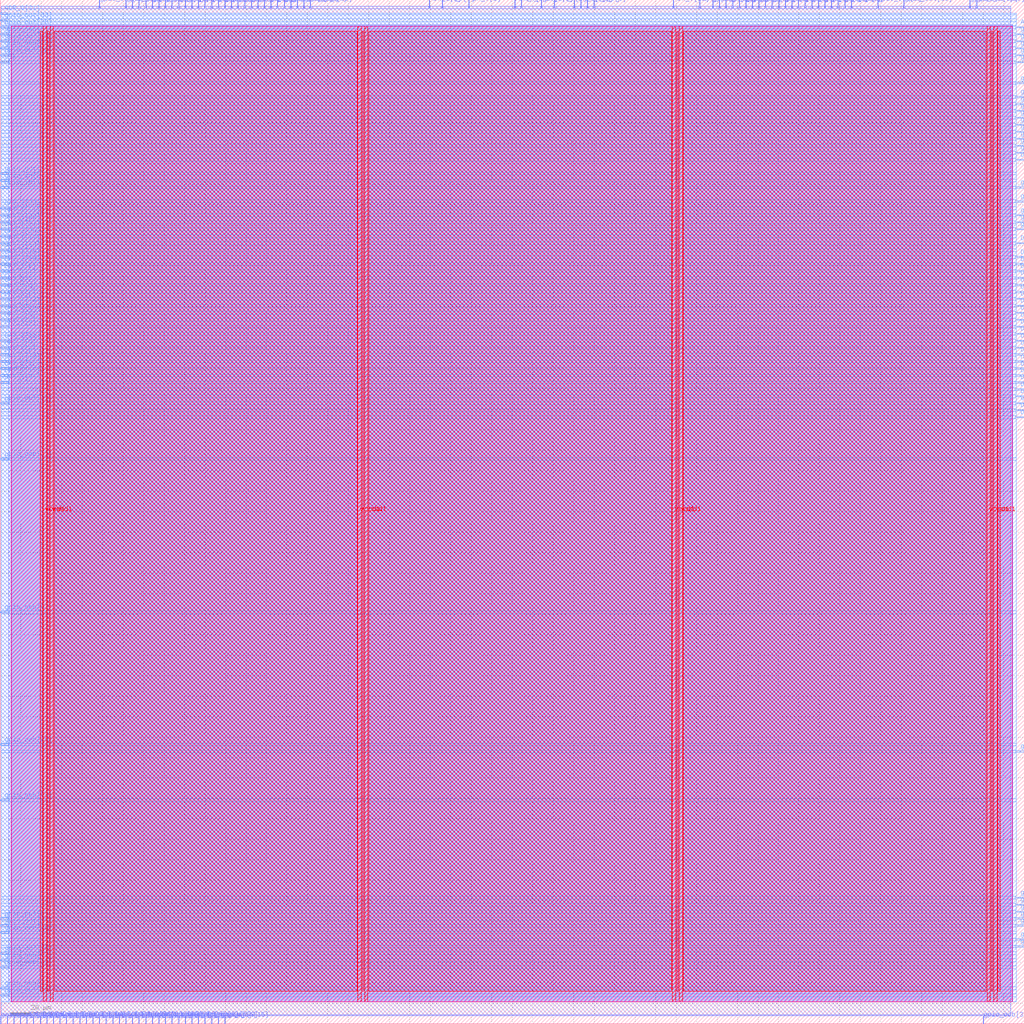
<source format=lef>
VERSION 5.7 ;
  NOWIREEXTENSIONATPIN ON ;
  DIVIDERCHAR "/" ;
  BUSBITCHARS "[]" ;
MACRO team_08
  CLASS BLOCK ;
  FOREIGN team_08 ;
  ORIGIN 0.000 0.000 ;
  SIZE 500.000 BY 500.000 ;
  PIN ACK_I
    DIRECTION INPUT ;
    USE SIGNAL ;
    ANTENNAGATEAREA 0.560700 ;
    ANTENNADIFFAREA 0.434700 ;
    PORT
      LAYER met2 ;
        RECT 135.330 496.000 135.610 500.000 ;
    END
  END ACK_I
  PIN ADR_O[0]
    DIRECTION OUTPUT ;
    USE SIGNAL ;
    ANTENNADIFFAREA 0.445500 ;
    PORT
      LAYER met2 ;
        RECT 215.830 496.000 216.110 500.000 ;
    END
  END ADR_O[0]
  PIN ADR_O[10]
    DIRECTION OUTPUT ;
    USE SIGNAL ;
    ANTENNADIFFAREA 0.445500 ;
    PORT
      LAYER met2 ;
        RECT 254.470 496.000 254.750 500.000 ;
    END
  END ADR_O[10]
  PIN ADR_O[11]
    DIRECTION OUTPUT ;
    USE SIGNAL ;
    ANTENNADIFFAREA 0.445500 ;
    PORT
      LAYER met2 ;
        RECT 386.490 496.000 386.770 500.000 ;
    END
  END ADR_O[11]
  PIN ADR_O[12]
    DIRECTION OUTPUT ;
    USE SIGNAL ;
    ANTENNADIFFAREA 0.445500 ;
    PORT
      LAYER met2 ;
        RECT 357.510 496.000 357.790 500.000 ;
    END
  END ADR_O[12]
  PIN ADR_O[13]
    DIRECTION OUTPUT ;
    USE SIGNAL ;
    ANTENNADIFFAREA 0.445500 ;
    PORT
      LAYER met2 ;
        RECT 412.250 496.000 412.530 500.000 ;
    END
  END ADR_O[13]
  PIN ADR_O[14]
    DIRECTION OUTPUT ;
    USE SIGNAL ;
    ANTENNADIFFAREA 0.445500 ;
    PORT
      LAYER met2 ;
        RECT 389.710 496.000 389.990 500.000 ;
    END
  END ADR_O[14]
  PIN ADR_O[15]
    DIRECTION OUTPUT ;
    USE SIGNAL ;
    ANTENNADIFFAREA 0.445500 ;
    PORT
      LAYER met2 ;
        RECT 376.830 496.000 377.110 500.000 ;
    END
  END ADR_O[15]
  PIN ADR_O[16]
    DIRECTION OUTPUT ;
    USE SIGNAL ;
    ANTENNADIFFAREA 0.445500 ;
    PORT
      LAYER met2 ;
        RECT 341.410 496.000 341.690 500.000 ;
    END
  END ADR_O[16]
  PIN ADR_O[17]
    DIRECTION OUTPUT ;
    USE SIGNAL ;
    ANTENNADIFFAREA 0.445500 ;
    PORT
      LAYER met2 ;
        RECT 351.070 496.000 351.350 500.000 ;
    END
  END ADR_O[17]
  PIN ADR_O[18]
    DIRECTION OUTPUT ;
    USE SIGNAL ;
    ANTENNADIFFAREA 0.445500 ;
    PORT
      LAYER met2 ;
        RECT 360.730 496.000 361.010 500.000 ;
    END
  END ADR_O[18]
  PIN ADR_O[19]
    DIRECTION OUTPUT ;
    USE SIGNAL ;
    ANTENNADIFFAREA 0.445500 ;
    PORT
      LAYER met2 ;
        RECT 370.390 496.000 370.670 500.000 ;
    END
  END ADR_O[19]
  PIN ADR_O[1]
    DIRECTION OUTPUT ;
    USE SIGNAL ;
    ANTENNADIFFAREA 0.445500 ;
    PORT
      LAYER met2 ;
        RECT 209.390 496.000 209.670 500.000 ;
    END
  END ADR_O[1]
  PIN ADR_O[20]
    DIRECTION OUTPUT ;
    USE SIGNAL ;
    ANTENNADIFFAREA 0.445500 ;
    PORT
      LAYER met2 ;
        RECT 367.170 496.000 367.450 500.000 ;
    END
  END ADR_O[20]
  PIN ADR_O[21]
    DIRECTION OUTPUT ;
    USE SIGNAL ;
    ANTENNADIFFAREA 0.445500 ;
    PORT
      LAYER met2 ;
        RECT 354.290 496.000 354.570 500.000 ;
    END
  END ADR_O[21]
  PIN ADR_O[22]
    DIRECTION OUTPUT ;
    USE SIGNAL ;
    ANTENNADIFFAREA 0.445500 ;
    PORT
      LAYER met2 ;
        RECT 328.530 496.000 328.810 500.000 ;
    END
  END ADR_O[22]
  PIN ADR_O[23]
    DIRECTION OUTPUT ;
    USE SIGNAL ;
    ANTENNADIFFAREA 0.445500 ;
    PORT
      LAYER met2 ;
        RECT 409.030 496.000 409.310 500.000 ;
    END
  END ADR_O[23]
  PIN ADR_O[24]
    DIRECTION OUTPUT ;
    USE SIGNAL ;
    ANTENNADIFFAREA 0.445500 ;
    PORT
      LAYER met2 ;
        RECT 64.490 496.000 64.770 500.000 ;
    END
  END ADR_O[24]
  PIN ADR_O[25]
    DIRECTION OUTPUT ;
    USE SIGNAL ;
    ANTENNADIFFAREA 0.445500 ;
    PORT
      LAYER met2 ;
        RECT 96.690 496.000 96.970 500.000 ;
    END
  END ADR_O[25]
  PIN ADR_O[26]
    DIRECTION OUTPUT ;
    USE SIGNAL ;
    PORT
      LAYER met3 ;
        RECT 496.000 486.240 500.000 486.840 ;
    END
  END ADR_O[26]
  PIN ADR_O[27]
    DIRECTION OUTPUT ;
    USE SIGNAL ;
    PORT
      LAYER met2 ;
        RECT 151.430 496.000 151.710 500.000 ;
    END
  END ADR_O[27]
  PIN ADR_O[28]
    DIRECTION OUTPUT ;
    USE SIGNAL ;
    ANTENNADIFFAREA 0.445500 ;
    PORT
      LAYER met2 ;
        RECT 93.470 496.000 93.750 500.000 ;
    END
  END ADR_O[28]
  PIN ADR_O[29]
    DIRECTION OUTPUT ;
    USE SIGNAL ;
    ANTENNADIFFAREA 0.445500 ;
    PORT
      LAYER met2 ;
        RECT 125.670 496.000 125.950 500.000 ;
    END
  END ADR_O[29]
  PIN ADR_O[2]
    DIRECTION OUTPUT ;
    USE SIGNAL ;
    ANTENNADIFFAREA 0.445500 ;
    PORT
      LAYER met2 ;
        RECT 228.710 496.000 228.990 500.000 ;
    END
  END ADR_O[2]
  PIN ADR_O[30]
    DIRECTION OUTPUT ;
    USE SIGNAL ;
    PORT
      LAYER met2 ;
        RECT 144.990 496.000 145.270 500.000 ;
    END
  END ADR_O[30]
  PIN ADR_O[31]
    DIRECTION OUTPUT ;
    USE SIGNAL ;
    PORT
      LAYER met3 ;
        RECT 0.000 493.040 4.000 493.640 ;
    END
  END ADR_O[31]
  PIN ADR_O[3]
    DIRECTION OUTPUT ;
    USE SIGNAL ;
    ANTENNADIFFAREA 0.445500 ;
    PORT
      LAYER met2 ;
        RECT 251.250 496.000 251.530 500.000 ;
    END
  END ADR_O[3]
  PIN ADR_O[4]
    DIRECTION OUTPUT ;
    USE SIGNAL ;
    ANTENNADIFFAREA 0.445500 ;
    PORT
      LAYER met2 ;
        RECT 270.570 496.000 270.850 500.000 ;
    END
  END ADR_O[4]
  PIN ADR_O[5]
    DIRECTION OUTPUT ;
    USE SIGNAL ;
    ANTENNADIFFAREA 0.445500 ;
    PORT
      LAYER met2 ;
        RECT 264.130 496.000 264.410 500.000 ;
    END
  END ADR_O[5]
  PIN ADR_O[6]
    DIRECTION OUTPUT ;
    USE SIGNAL ;
    ANTENNADIFFAREA 0.445500 ;
    PORT
      LAYER met2 ;
        RECT 289.890 496.000 290.170 500.000 ;
    END
  END ADR_O[6]
  PIN ADR_O[7]
    DIRECTION OUTPUT ;
    USE SIGNAL ;
    ANTENNADIFFAREA 0.445500 ;
    PORT
      LAYER met2 ;
        RECT 286.670 496.000 286.950 500.000 ;
    END
  END ADR_O[7]
  PIN ADR_O[8]
    DIRECTION OUTPUT ;
    USE SIGNAL ;
    ANTENNADIFFAREA 0.445500 ;
    PORT
      LAYER met2 ;
        RECT 283.450 496.000 283.730 500.000 ;
    END
  END ADR_O[8]
  PIN ADR_O[9]
    DIRECTION OUTPUT ;
    USE SIGNAL ;
    ANTENNADIFFAREA 0.445500 ;
    PORT
      LAYER met2 ;
        RECT 280.230 496.000 280.510 500.000 ;
    END
  END ADR_O[9]
  PIN CYC_O
    DIRECTION OUTPUT ;
    USE SIGNAL ;
    ANTENNADIFFAREA 0.445500 ;
    PORT
      LAYER met2 ;
        RECT 132.110 496.000 132.390 500.000 ;
    END
  END CYC_O
  PIN DAT_I[0]
    DIRECTION INPUT ;
    USE SIGNAL ;
    ANTENNAGATEAREA 0.631200 ;
    ANTENNADIFFAREA 0.434700 ;
    PORT
      LAYER met3 ;
        RECT 0.000 367.240 4.000 367.840 ;
    END
  END DAT_I[0]
  PIN DAT_I[10]
    DIRECTION INPUT ;
    USE SIGNAL ;
    ANTENNAGATEAREA 0.631200 ;
    ANTENNADIFFAREA 0.434700 ;
    PORT
      LAYER met3 ;
        RECT 0.000 346.840 4.000 347.440 ;
    END
  END DAT_I[10]
  PIN DAT_I[11]
    DIRECTION INPUT ;
    USE SIGNAL ;
    ANTENNAGATEAREA 0.631200 ;
    ANTENNADIFFAREA 0.434700 ;
    PORT
      LAYER met3 ;
        RECT 0.000 333.240 4.000 333.840 ;
    END
  END DAT_I[11]
  PIN DAT_I[12]
    DIRECTION INPUT ;
    USE SIGNAL ;
    ANTENNAGATEAREA 0.631200 ;
    ANTENNADIFFAREA 0.434700 ;
    PORT
      LAYER met3 ;
        RECT 0.000 323.040 4.000 323.640 ;
    END
  END DAT_I[12]
  PIN DAT_I[13]
    DIRECTION INPUT ;
    USE SIGNAL ;
    ANTENNAGATEAREA 0.631200 ;
    ANTENNADIFFAREA 0.434700 ;
    PORT
      LAYER met3 ;
        RECT 0.000 319.640 4.000 320.240 ;
    END
  END DAT_I[13]
  PIN DAT_I[14]
    DIRECTION INPUT ;
    USE SIGNAL ;
    ANTENNAGATEAREA 0.631200 ;
    ANTENNADIFFAREA 0.434700 ;
    PORT
      LAYER met3 ;
        RECT 0.000 350.240 4.000 350.840 ;
    END
  END DAT_I[14]
  PIN DAT_I[15]
    DIRECTION INPUT ;
    USE SIGNAL ;
    ANTENNAGATEAREA 0.631200 ;
    ANTENNADIFFAREA 0.434700 ;
    PORT
      LAYER met3 ;
        RECT 0.000 316.240 4.000 316.840 ;
    END
  END DAT_I[15]
  PIN DAT_I[16]
    DIRECTION INPUT ;
    USE SIGNAL ;
    ANTENNAGATEAREA 0.631200 ;
    ANTENNADIFFAREA 0.434700 ;
    PORT
      LAYER met3 ;
        RECT 0.000 370.640 4.000 371.240 ;
    END
  END DAT_I[16]
  PIN DAT_I[17]
    DIRECTION INPUT ;
    USE SIGNAL ;
    ANTENNAGATEAREA 0.631200 ;
    ANTENNADIFFAREA 0.434700 ;
    PORT
      LAYER met3 ;
        RECT 0.000 380.840 4.000 381.440 ;
    END
  END DAT_I[17]
  PIN DAT_I[18]
    DIRECTION INPUT ;
    USE SIGNAL ;
    ANTENNAGATEAREA 0.631200 ;
    ANTENNADIFFAREA 0.434700 ;
    PORT
      LAYER met3 ;
        RECT 0.000 377.440 4.000 378.040 ;
    END
  END DAT_I[18]
  PIN DAT_I[19]
    DIRECTION INPUT ;
    USE SIGNAL ;
    ANTENNAGATEAREA 0.631200 ;
    ANTENNADIFFAREA 0.434700 ;
    PORT
      LAYER met3 ;
        RECT 0.000 374.040 4.000 374.640 ;
    END
  END DAT_I[19]
  PIN DAT_I[1]
    DIRECTION INPUT ;
    USE SIGNAL ;
    ANTENNAGATEAREA 0.631200 ;
    ANTENNADIFFAREA 0.434700 ;
    PORT
      LAYER met3 ;
        RECT 0.000 363.840 4.000 364.440 ;
    END
  END DAT_I[1]
  PIN DAT_I[20]
    DIRECTION INPUT ;
    USE SIGNAL ;
    ANTENNAGATEAREA 0.631200 ;
    ANTENNADIFFAREA 0.434700 ;
    PORT
      LAYER met3 ;
        RECT 0.000 384.240 4.000 384.840 ;
    END
  END DAT_I[20]
  PIN DAT_I[21]
    DIRECTION INPUT ;
    USE SIGNAL ;
    ANTENNAGATEAREA 0.631200 ;
    ANTENNADIFFAREA 0.434700 ;
    PORT
      LAYER met3 ;
        RECT 0.000 387.640 4.000 388.240 ;
    END
  END DAT_I[21]
  PIN DAT_I[22]
    DIRECTION INPUT ;
    USE SIGNAL ;
    ANTENNAGATEAREA 0.631200 ;
    ANTENNADIFFAREA 0.434700 ;
    PORT
      LAYER met3 ;
        RECT 0.000 391.040 4.000 391.640 ;
    END
  END DAT_I[22]
  PIN DAT_I[23]
    DIRECTION INPUT ;
    USE SIGNAL ;
    ANTENNAGATEAREA 0.631200 ;
    ANTENNADIFFAREA 0.434700 ;
    PORT
      LAYER met3 ;
        RECT 0.000 397.840 4.000 398.440 ;
    END
  END DAT_I[23]
  PIN DAT_I[24]
    DIRECTION INPUT ;
    USE SIGNAL ;
    ANTENNAGATEAREA 0.631200 ;
    ANTENNADIFFAREA 0.434700 ;
    PORT
      LAYER met2 ;
        RECT 116.010 496.000 116.290 500.000 ;
    END
  END DAT_I[24]
  PIN DAT_I[25]
    DIRECTION INPUT ;
    USE SIGNAL ;
    ANTENNAGATEAREA 0.631200 ;
    ANTENNADIFFAREA 0.434700 ;
    PORT
      LAYER met2 ;
        RECT 87.030 496.000 87.310 500.000 ;
    END
  END DAT_I[25]
  PIN DAT_I[26]
    DIRECTION INPUT ;
    USE SIGNAL ;
    ANTENNAGATEAREA 0.631200 ;
    ANTENNADIFFAREA 0.434700 ;
    PORT
      LAYER met2 ;
        RECT 99.910 496.000 100.190 500.000 ;
    END
  END DAT_I[26]
  PIN DAT_I[27]
    DIRECTION INPUT ;
    USE SIGNAL ;
    ANTENNAGATEAREA 0.631200 ;
    ANTENNADIFFAREA 0.434700 ;
    PORT
      LAYER met2 ;
        RECT 90.250 496.000 90.530 500.000 ;
    END
  END DAT_I[27]
  PIN DAT_I[28]
    DIRECTION INPUT ;
    USE SIGNAL ;
    ANTENNAGATEAREA 0.631200 ;
    ANTENNADIFFAREA 0.434700 ;
    PORT
      LAYER met2 ;
        RECT 103.130 496.000 103.410 500.000 ;
    END
  END DAT_I[28]
  PIN DAT_I[29]
    DIRECTION INPUT ;
    USE SIGNAL ;
    ANTENNAGATEAREA 0.631200 ;
    ANTENNADIFFAREA 0.434700 ;
    PORT
      LAYER met2 ;
        RECT 80.590 496.000 80.870 500.000 ;
    END
  END DAT_I[29]
  PIN DAT_I[2]
    DIRECTION INPUT ;
    USE SIGNAL ;
    ANTENNAGATEAREA 0.631200 ;
    ANTENNADIFFAREA 0.434700 ;
    PORT
      LAYER met3 ;
        RECT 0.000 360.440 4.000 361.040 ;
    END
  END DAT_I[2]
  PIN DAT_I[30]
    DIRECTION INPUT ;
    USE SIGNAL ;
    ANTENNAGATEAREA 0.631200 ;
    ANTENNADIFFAREA 0.434700 ;
    PORT
      LAYER met2 ;
        RECT 106.350 496.000 106.630 500.000 ;
    END
  END DAT_I[30]
  PIN DAT_I[31]
    DIRECTION INPUT ;
    USE SIGNAL ;
    ANTENNAGATEAREA 0.631200 ;
    ANTENNADIFFAREA 0.434700 ;
    PORT
      LAYER met3 ;
        RECT 0.000 394.440 4.000 395.040 ;
    END
  END DAT_I[31]
  PIN DAT_I[3]
    DIRECTION INPUT ;
    USE SIGNAL ;
    ANTENNAGATEAREA 0.631200 ;
    ANTENNADIFFAREA 0.434700 ;
    PORT
      LAYER met3 ;
        RECT 0.000 357.040 4.000 357.640 ;
    END
  END DAT_I[3]
  PIN DAT_I[4]
    DIRECTION INPUT ;
    USE SIGNAL ;
    ANTENNAGATEAREA 0.631200 ;
    ANTENNADIFFAREA 0.434700 ;
    PORT
      LAYER met3 ;
        RECT 0.000 340.040 4.000 340.640 ;
    END
  END DAT_I[4]
  PIN DAT_I[5]
    DIRECTION INPUT ;
    USE SIGNAL ;
    ANTENNAGATEAREA 0.631200 ;
    ANTENNADIFFAREA 0.434700 ;
    PORT
      LAYER met3 ;
        RECT 0.000 343.440 4.000 344.040 ;
    END
  END DAT_I[5]
  PIN DAT_I[6]
    DIRECTION INPUT ;
    USE SIGNAL ;
    ANTENNAGATEAREA 0.631200 ;
    ANTENNADIFFAREA 0.434700 ;
    PORT
      LAYER met3 ;
        RECT 0.000 326.440 4.000 327.040 ;
    END
  END DAT_I[6]
  PIN DAT_I[7]
    DIRECTION INPUT ;
    USE SIGNAL ;
    ANTENNAGATEAREA 0.631200 ;
    ANTENNADIFFAREA 0.434700 ;
    PORT
      LAYER met3 ;
        RECT 0.000 312.840 4.000 313.440 ;
    END
  END DAT_I[7]
  PIN DAT_I[8]
    DIRECTION INPUT ;
    USE SIGNAL ;
    ANTENNAGATEAREA 0.631200 ;
    ANTENNADIFFAREA 0.434700 ;
    PORT
      LAYER met3 ;
        RECT 0.000 353.640 4.000 354.240 ;
    END
  END DAT_I[8]
  PIN DAT_I[9]
    DIRECTION INPUT ;
    USE SIGNAL ;
    ANTENNAGATEAREA 0.631200 ;
    ANTENNADIFFAREA 0.434700 ;
    PORT
      LAYER met3 ;
        RECT 0.000 329.840 4.000 330.440 ;
    END
  END DAT_I[9]
  PIN DAT_O[0]
    DIRECTION OUTPUT ;
    USE SIGNAL ;
    ANTENNADIFFAREA 0.445500 ;
    PORT
      LAYER met3 ;
        RECT 496.000 374.040 500.000 374.640 ;
    END
  END DAT_O[0]
  PIN DAT_O[10]
    DIRECTION OUTPUT ;
    USE SIGNAL ;
    ANTENNADIFFAREA 0.445500 ;
    PORT
      LAYER met3 ;
        RECT 496.000 326.440 500.000 327.040 ;
    END
  END DAT_O[10]
  PIN DAT_O[11]
    DIRECTION OUTPUT ;
    USE SIGNAL ;
    ANTENNADIFFAREA 0.445500 ;
    PORT
      LAYER met3 ;
        RECT 496.000 295.840 500.000 296.440 ;
    END
  END DAT_O[11]
  PIN DAT_O[12]
    DIRECTION OUTPUT ;
    USE SIGNAL ;
    ANTENNADIFFAREA 0.445500 ;
    PORT
      LAYER met3 ;
        RECT 496.000 336.640 500.000 337.240 ;
    END
  END DAT_O[12]
  PIN DAT_O[13]
    DIRECTION OUTPUT ;
    USE SIGNAL ;
    ANTENNADIFFAREA 0.445500 ;
    PORT
      LAYER met3 ;
        RECT 496.000 299.240 500.000 299.840 ;
    END
  END DAT_O[13]
  PIN DAT_O[14]
    DIRECTION OUTPUT ;
    USE SIGNAL ;
    ANTENNADIFFAREA 0.445500 ;
    PORT
      LAYER met3 ;
        RECT 496.000 350.240 500.000 350.840 ;
    END
  END DAT_O[14]
  PIN DAT_O[15]
    DIRECTION OUTPUT ;
    USE SIGNAL ;
    ANTENNADIFFAREA 0.445500 ;
    PORT
      LAYER met3 ;
        RECT 496.000 329.840 500.000 330.440 ;
    END
  END DAT_O[15]
  PIN DAT_O[16]
    DIRECTION OUTPUT ;
    USE SIGNAL ;
    ANTENNADIFFAREA 0.445500 ;
    PORT
      LAYER met2 ;
        RECT 405.810 496.000 406.090 500.000 ;
    END
  END DAT_O[16]
  PIN DAT_O[17]
    DIRECTION OUTPUT ;
    USE SIGNAL ;
    ANTENNADIFFAREA 0.445500 ;
    PORT
      LAYER met2 ;
        RECT 380.050 496.000 380.330 500.000 ;
    END
  END DAT_O[17]
  PIN DAT_O[18]
    DIRECTION OUTPUT ;
    USE SIGNAL ;
    ANTENNADIFFAREA 0.445500 ;
    PORT
      LAYER met3 ;
        RECT 496.000 360.440 500.000 361.040 ;
    END
  END DAT_O[18]
  PIN DAT_O[19]
    DIRECTION OUTPUT ;
    USE SIGNAL ;
    ANTENNADIFFAREA 0.445500 ;
    PORT
      LAYER met3 ;
        RECT 496.000 363.840 500.000 364.440 ;
    END
  END DAT_O[19]
  PIN DAT_O[1]
    DIRECTION OUTPUT ;
    USE SIGNAL ;
    ANTENNADIFFAREA 0.445500 ;
    PORT
      LAYER met2 ;
        RECT 415.470 496.000 415.750 500.000 ;
    END
  END DAT_O[1]
  PIN DAT_O[20]
    DIRECTION OUTPUT ;
    USE SIGNAL ;
    ANTENNADIFFAREA 0.445500 ;
    PORT
      LAYER met3 ;
        RECT 496.000 370.640 500.000 371.240 ;
    END
  END DAT_O[20]
  PIN DAT_O[21]
    DIRECTION OUTPUT ;
    USE SIGNAL ;
    ANTENNADIFFAREA 0.445500 ;
    PORT
      LAYER met3 ;
        RECT 496.000 333.240 500.000 333.840 ;
    END
  END DAT_O[21]
  PIN DAT_O[22]
    DIRECTION OUTPUT ;
    USE SIGNAL ;
    ANTENNADIFFAREA 0.445500 ;
    PORT
      LAYER met3 ;
        RECT 496.000 357.040 500.000 357.640 ;
    END
  END DAT_O[22]
  PIN DAT_O[23]
    DIRECTION OUTPUT ;
    USE SIGNAL ;
    ANTENNADIFFAREA 0.445500 ;
    PORT
      LAYER met3 ;
        RECT 496.000 346.840 500.000 347.440 ;
    END
  END DAT_O[23]
  PIN DAT_O[24]
    DIRECTION OUTPUT ;
    USE SIGNAL ;
    ANTENNADIFFAREA 0.445500 ;
    PORT
      LAYER met2 ;
        RECT 402.590 496.000 402.870 500.000 ;
    END
  END DAT_O[24]
  PIN DAT_O[25]
    DIRECTION OUTPUT ;
    USE SIGNAL ;
    ANTENNADIFFAREA 0.445500 ;
    PORT
      LAYER met2 ;
        RECT 383.270 496.000 383.550 500.000 ;
    END
  END DAT_O[25]
  PIN DAT_O[26]
    DIRECTION OUTPUT ;
    USE SIGNAL ;
    ANTENNADIFFAREA 0.445500 ;
    PORT
      LAYER met2 ;
        RECT 392.930 496.000 393.210 500.000 ;
    END
  END DAT_O[26]
  PIN DAT_O[27]
    DIRECTION OUTPUT ;
    USE SIGNAL ;
    ANTENNADIFFAREA 0.445500 ;
    PORT
      LAYER met3 ;
        RECT 496.000 421.640 500.000 422.240 ;
    END
  END DAT_O[27]
  PIN DAT_O[28]
    DIRECTION OUTPUT ;
    USE SIGNAL ;
    ANTENNADIFFAREA 0.445500 ;
    PORT
      LAYER met2 ;
        RECT 399.370 496.000 399.650 500.000 ;
    END
  END DAT_O[28]
  PIN DAT_O[29]
    DIRECTION OUTPUT ;
    USE SIGNAL ;
    ANTENNADIFFAREA 0.445500 ;
    PORT
      LAYER met3 ;
        RECT 496.000 343.440 500.000 344.040 ;
    END
  END DAT_O[29]
  PIN DAT_O[2]
    DIRECTION OUTPUT ;
    USE SIGNAL ;
    ANTENNADIFFAREA 0.445500 ;
    PORT
      LAYER met3 ;
        RECT 496.000 353.640 500.000 354.240 ;
    END
  END DAT_O[2]
  PIN DAT_O[30]
    DIRECTION OUTPUT ;
    USE SIGNAL ;
    ANTENNADIFFAREA 0.445500 ;
    PORT
      LAYER met2 ;
        RECT 396.150 496.000 396.430 500.000 ;
    END
  END DAT_O[30]
  PIN DAT_O[31]
    DIRECTION OUTPUT ;
    USE SIGNAL ;
    ANTENNADIFFAREA 0.445500 ;
    PORT
      LAYER met3 ;
        RECT 496.000 380.840 500.000 381.440 ;
    END
  END DAT_O[31]
  PIN DAT_O[3]
    DIRECTION OUTPUT ;
    USE SIGNAL ;
    ANTENNADIFFAREA 0.445500 ;
    PORT
      LAYER met3 ;
        RECT 496.000 367.240 500.000 367.840 ;
    END
  END DAT_O[3]
  PIN DAT_O[4]
    DIRECTION OUTPUT ;
    USE SIGNAL ;
    ANTENNADIFFAREA 0.445500 ;
    PORT
      LAYER met3 ;
        RECT 496.000 316.240 500.000 316.840 ;
    END
  END DAT_O[4]
  PIN DAT_O[5]
    DIRECTION OUTPUT ;
    USE SIGNAL ;
    ANTENNADIFFAREA 0.445500 ;
    PORT
      LAYER met3 ;
        RECT 496.000 306.040 500.000 306.640 ;
    END
  END DAT_O[5]
  PIN DAT_O[6]
    DIRECTION OUTPUT ;
    USE SIGNAL ;
    ANTENNADIFFAREA 0.445500 ;
    PORT
      LAYER met3 ;
        RECT 496.000 340.040 500.000 340.640 ;
    END
  END DAT_O[6]
  PIN DAT_O[7]
    DIRECTION OUTPUT ;
    USE SIGNAL ;
    ANTENNADIFFAREA 0.445500 ;
    PORT
      LAYER met3 ;
        RECT 496.000 319.640 500.000 320.240 ;
    END
  END DAT_O[7]
  PIN DAT_O[8]
    DIRECTION OUTPUT ;
    USE SIGNAL ;
    ANTENNADIFFAREA 0.445500 ;
    PORT
      LAYER met3 ;
        RECT 496.000 312.840 500.000 313.440 ;
    END
  END DAT_O[8]
  PIN DAT_O[9]
    DIRECTION OUTPUT ;
    USE SIGNAL ;
    ANTENNADIFFAREA 0.445500 ;
    PORT
      LAYER met3 ;
        RECT 496.000 309.440 500.000 310.040 ;
    END
  END DAT_O[9]
  PIN SEL_O[0]
    DIRECTION OUTPUT ;
    USE SIGNAL ;
    ANTENNADIFFAREA 0.445500 ;
    PORT
      LAYER met2 ;
        RECT 70.930 496.000 71.210 500.000 ;
    END
  END SEL_O[0]
  PIN SEL_O[1]
    DIRECTION OUTPUT ;
    USE SIGNAL ;
    ANTENNADIFFAREA 0.445500 ;
    PORT
      LAYER met2 ;
        RECT 83.810 496.000 84.090 500.000 ;
    END
  END SEL_O[1]
  PIN SEL_O[2]
    DIRECTION OUTPUT ;
    USE SIGNAL ;
    ANTENNADIFFAREA 0.445500 ;
    PORT
      LAYER met2 ;
        RECT 128.890 496.000 129.170 500.000 ;
    END
  END SEL_O[2]
  PIN SEL_O[3]
    DIRECTION OUTPUT ;
    USE SIGNAL ;
    ANTENNADIFFAREA 0.445500 ;
    PORT
      LAYER met2 ;
        RECT 77.370 496.000 77.650 500.000 ;
    END
  END SEL_O[3]
  PIN STB_O
    DIRECTION OUTPUT ;
    USE SIGNAL ;
    ANTENNADIFFAREA 0.445500 ;
    PORT
      LAYER met2 ;
        RECT 67.710 496.000 67.990 500.000 ;
    END
  END STB_O
  PIN WE_O
    DIRECTION OUTPUT ;
    USE SIGNAL ;
    ANTENNADIFFAREA 0.445500 ;
    PORT
      LAYER met2 ;
        RECT 373.610 496.000 373.890 500.000 ;
    END
  END WE_O
  PIN clk
    DIRECTION INPUT ;
    USE SIGNAL ;
    ANTENNAGATEAREA 1.286700 ;
    ANTENNADIFFAREA 0.434700 ;
    PORT
      LAYER met3 ;
        RECT 0.000 469.240 4.000 469.840 ;
    END
  END clk
  PIN en
    DIRECTION INPUT ;
    USE SIGNAL ;
    ANTENNAGATEAREA 0.647700 ;
    ANTENNADIFFAREA 0.434700 ;
    PORT
      LAYER met3 ;
        RECT 496.000 302.640 500.000 303.240 ;
    END
  END en
  PIN gpio_in[0]
    DIRECTION INPUT ;
    USE SIGNAL ;
    ANTENNAGATEAREA 0.631200 ;
    ANTENNADIFFAREA 0.434700 ;
    PORT
      LAYER met2 ;
        RECT 74.150 496.000 74.430 500.000 ;
    END
  END gpio_in[0]
  PIN gpio_in[10]
    DIRECTION INPUT ;
    USE SIGNAL ;
    PORT
      LAYER met2 ;
        RECT 3.310 0.000 3.590 4.000 ;
    END
  END gpio_in[10]
  PIN gpio_in[11]
    DIRECTION INPUT ;
    USE SIGNAL ;
    PORT
      LAYER met2 ;
        RECT 16.190 0.000 16.470 4.000 ;
    END
  END gpio_in[11]
  PIN gpio_in[12]
    DIRECTION INPUT ;
    USE SIGNAL ;
    PORT
      LAYER met2 ;
        RECT 6.530 0.000 6.810 4.000 ;
    END
  END gpio_in[12]
  PIN gpio_in[13]
    DIRECTION INPUT ;
    USE SIGNAL ;
    PORT
      LAYER met2 ;
        RECT 22.630 0.000 22.910 4.000 ;
    END
  END gpio_in[13]
  PIN gpio_in[14]
    DIRECTION INPUT ;
    USE SIGNAL ;
    PORT
      LAYER met2 ;
        RECT 12.970 0.000 13.250 4.000 ;
    END
  END gpio_in[14]
  PIN gpio_in[15]
    DIRECTION INPUT ;
    USE SIGNAL ;
    PORT
      LAYER met2 ;
        RECT 109.570 0.000 109.850 4.000 ;
    END
  END gpio_in[15]
  PIN gpio_in[16]
    DIRECTION INPUT ;
    USE SIGNAL ;
    PORT
      LAYER met2 ;
        RECT 19.410 0.000 19.690 4.000 ;
    END
  END gpio_in[16]
  PIN gpio_in[17]
    DIRECTION INPUT ;
    USE SIGNAL ;
    PORT
      LAYER met2 ;
        RECT 29.070 0.000 29.350 4.000 ;
    END
  END gpio_in[17]
  PIN gpio_in[18]
    DIRECTION INPUT ;
    USE SIGNAL ;
    PORT
      LAYER met2 ;
        RECT 25.850 0.000 26.130 4.000 ;
    END
  END gpio_in[18]
  PIN gpio_in[19]
    DIRECTION INPUT ;
    USE SIGNAL ;
    PORT
      LAYER met2 ;
        RECT 35.510 0.000 35.790 4.000 ;
    END
  END gpio_in[19]
  PIN gpio_in[1]
    DIRECTION INPUT ;
    USE SIGNAL ;
    ANTENNAGATEAREA 0.631200 ;
    ANTENNADIFFAREA 0.434700 ;
    PORT
      LAYER met3 ;
        RECT 0.000 408.040 4.000 408.640 ;
    END
  END gpio_in[1]
  PIN gpio_in[20]
    DIRECTION INPUT ;
    USE SIGNAL ;
    PORT
      LAYER met2 ;
        RECT 32.290 0.000 32.570 4.000 ;
    END
  END gpio_in[20]
  PIN gpio_in[21]
    DIRECTION INPUT ;
    USE SIGNAL ;
    PORT
      LAYER met2 ;
        RECT 41.950 0.000 42.230 4.000 ;
    END
  END gpio_in[21]
  PIN gpio_in[22]
    DIRECTION INPUT ;
    USE SIGNAL ;
    PORT
      LAYER met2 ;
        RECT 38.730 0.000 39.010 4.000 ;
    END
  END gpio_in[22]
  PIN gpio_in[23]
    DIRECTION INPUT ;
    USE SIGNAL ;
    PORT
      LAYER met2 ;
        RECT 48.390 0.000 48.670 4.000 ;
    END
  END gpio_in[23]
  PIN gpio_in[24]
    DIRECTION INPUT ;
    USE SIGNAL ;
    PORT
      LAYER met2 ;
        RECT 45.170 0.000 45.450 4.000 ;
    END
  END gpio_in[24]
  PIN gpio_in[25]
    DIRECTION INPUT ;
    USE SIGNAL ;
    PORT
      LAYER met2 ;
        RECT 54.830 0.000 55.110 4.000 ;
    END
  END gpio_in[25]
  PIN gpio_in[26]
    DIRECTION INPUT ;
    USE SIGNAL ;
    PORT
      LAYER met2 ;
        RECT 51.610 0.000 51.890 4.000 ;
    END
  END gpio_in[26]
  PIN gpio_in[27]
    DIRECTION INPUT ;
    USE SIGNAL ;
    PORT
      LAYER met2 ;
        RECT 64.490 0.000 64.770 4.000 ;
    END
  END gpio_in[27]
  PIN gpio_in[28]
    DIRECTION INPUT ;
    USE SIGNAL ;
    PORT
      LAYER met2 ;
        RECT 77.370 0.000 77.650 4.000 ;
    END
  END gpio_in[28]
  PIN gpio_in[29]
    DIRECTION INPUT ;
    USE SIGNAL ;
    PORT
      LAYER met2 ;
        RECT 80.590 0.000 80.870 4.000 ;
    END
  END gpio_in[29]
  PIN gpio_in[2]
    DIRECTION INPUT ;
    USE SIGNAL ;
    ANTENNAGATEAREA 0.631200 ;
    ANTENNADIFFAREA 0.434700 ;
    PORT
      LAYER met3 ;
        RECT 0.000 411.440 4.000 412.040 ;
    END
  END gpio_in[2]
  PIN gpio_in[30]
    DIRECTION INPUT ;
    USE SIGNAL ;
    PORT
      LAYER met2 ;
        RECT 0.090 0.000 0.370 4.000 ;
    END
  END gpio_in[30]
  PIN gpio_in[31]
    DIRECTION INPUT ;
    USE SIGNAL ;
    PORT
      LAYER met2 ;
        RECT 67.710 0.000 67.990 4.000 ;
    END
  END gpio_in[31]
  PIN gpio_in[32]
    DIRECTION INPUT ;
    USE SIGNAL ;
    PORT
      LAYER met2 ;
        RECT 9.750 0.000 10.030 4.000 ;
    END
  END gpio_in[32]
  PIN gpio_in[33]
    DIRECTION INPUT ;
    USE SIGNAL ;
    PORT
      LAYER met2 ;
        RECT 83.810 0.000 84.090 4.000 ;
    END
  END gpio_in[33]
  PIN gpio_in[3]
    DIRECTION INPUT ;
    USE SIGNAL ;
    PORT
      LAYER met2 ;
        RECT 93.470 0.000 93.750 4.000 ;
    END
  END gpio_in[3]
  PIN gpio_in[4]
    DIRECTION INPUT ;
    USE SIGNAL ;
    PORT
      LAYER met2 ;
        RECT 99.910 0.000 100.190 4.000 ;
    END
  END gpio_in[4]
  PIN gpio_in[5]
    DIRECTION INPUT ;
    USE SIGNAL ;
    PORT
      LAYER met2 ;
        RECT 90.250 0.000 90.530 4.000 ;
    END
  END gpio_in[5]
  PIN gpio_in[6]
    DIRECTION INPUT ;
    USE SIGNAL ;
    PORT
      LAYER met2 ;
        RECT 87.030 0.000 87.310 4.000 ;
    END
  END gpio_in[6]
  PIN gpio_in[7]
    DIRECTION INPUT ;
    USE SIGNAL ;
    PORT
      LAYER met2 ;
        RECT 96.690 0.000 96.970 4.000 ;
    END
  END gpio_in[7]
  PIN gpio_in[8]
    DIRECTION INPUT ;
    USE SIGNAL ;
    PORT
      LAYER met2 ;
        RECT 106.350 0.000 106.630 4.000 ;
    END
  END gpio_in[8]
  PIN gpio_in[9]
    DIRECTION INPUT ;
    USE SIGNAL ;
    PORT
      LAYER met2 ;
        RECT 103.130 0.000 103.410 4.000 ;
    END
  END gpio_in[9]
  PIN gpio_oeb[0]
    DIRECTION OUTPUT ;
    USE SIGNAL ;
    PORT
      LAYER met3 ;
        RECT 0.000 200.640 4.000 201.240 ;
    END
  END gpio_oeb[0]
  PIN gpio_oeb[10]
    DIRECTION OUTPUT ;
    USE SIGNAL ;
    PORT
      LAYER met2 ;
        RECT 112.790 496.000 113.070 500.000 ;
    END
  END gpio_oeb[10]
  PIN gpio_oeb[11]
    DIRECTION OUTPUT ;
    USE SIGNAL ;
    PORT
      LAYER met3 ;
        RECT 0.000 482.840 4.000 483.440 ;
    END
  END gpio_oeb[11]
  PIN gpio_oeb[12]
    DIRECTION OUTPUT ;
    USE SIGNAL ;
    PORT
      LAYER met3 ;
        RECT 0.000 275.440 4.000 276.040 ;
    END
  END gpio_oeb[12]
  PIN gpio_oeb[13]
    DIRECTION OUTPUT ;
    USE SIGNAL ;
    PORT
      LAYER met2 ;
        RECT 148.210 496.000 148.490 500.000 ;
    END
  END gpio_oeb[13]
  PIN gpio_oeb[14]
    DIRECTION OUTPUT ;
    USE SIGNAL ;
    PORT
      LAYER met2 ;
        RECT 141.770 496.000 142.050 500.000 ;
    END
  END gpio_oeb[14]
  PIN gpio_oeb[15]
    DIRECTION OUTPUT ;
    USE SIGNAL ;
    PORT
      LAYER met3 ;
        RECT 0.000 476.040 4.000 476.640 ;
    END
  END gpio_oeb[15]
  PIN gpio_oeb[16]
    DIRECTION OUTPUT ;
    USE SIGNAL ;
    PORT
      LAYER met2 ;
        RECT 119.230 496.000 119.510 500.000 ;
    END
  END gpio_oeb[16]
  PIN gpio_oeb[17]
    DIRECTION OUTPUT ;
    USE SIGNAL ;
    PORT
      LAYER met3 ;
        RECT 0.000 30.640 4.000 31.240 ;
    END
  END gpio_oeb[17]
  PIN gpio_oeb[18]
    DIRECTION OUTPUT ;
    USE SIGNAL ;
    PORT
      LAYER met3 ;
        RECT 0.000 108.840 4.000 109.440 ;
    END
  END gpio_oeb[18]
  PIN gpio_oeb[19]
    DIRECTION OUTPUT ;
    USE SIGNAL ;
    PORT
      LAYER met3 ;
        RECT 496.000 54.440 500.000 55.040 ;
    END
  END gpio_oeb[19]
  PIN gpio_oeb[1]
    DIRECTION OUTPUT ;
    USE SIGNAL ;
    ANTENNADIFFAREA 0.445500 ;
    PORT
      LAYER met2 ;
        RECT 61.270 496.000 61.550 500.000 ;
    END
  END gpio_oeb[1]
  PIN gpio_oeb[20]
    DIRECTION OUTPUT ;
    USE SIGNAL ;
    PORT
      LAYER met3 ;
        RECT 496.000 438.640 500.000 439.240 ;
    END
  END gpio_oeb[20]
  PIN gpio_oeb[21]
    DIRECTION OUTPUT ;
    USE SIGNAL ;
    PORT
      LAYER met3 ;
        RECT 496.000 57.840 500.000 58.440 ;
    END
  END gpio_oeb[21]
  PIN gpio_oeb[22]
    DIRECTION OUTPUT ;
    USE SIGNAL ;
    PORT
      LAYER met2 ;
        RECT 122.450 496.000 122.730 500.000 ;
    END
  END gpio_oeb[22]
  PIN gpio_oeb[23]
    DIRECTION OUTPUT ;
    USE SIGNAL ;
    PORT
      LAYER met3 ;
        RECT 496.000 469.240 500.000 469.840 ;
    END
  END gpio_oeb[23]
  PIN gpio_oeb[24]
    DIRECTION OUTPUT ;
    USE SIGNAL ;
    PORT
      LAYER met3 ;
        RECT 496.000 482.840 500.000 483.440 ;
    END
  END gpio_oeb[24]
  PIN gpio_oeb[25]
    DIRECTION OUTPUT ;
    USE SIGNAL ;
    PORT
      LAYER met2 ;
        RECT 74.150 0.000 74.430 4.000 ;
    END
  END gpio_oeb[25]
  PIN gpio_oeb[26]
    DIRECTION OUTPUT ;
    USE SIGNAL ;
    PORT
      LAYER met3 ;
        RECT 0.000 44.240 4.000 44.840 ;
    END
  END gpio_oeb[26]
  PIN gpio_oeb[27]
    DIRECTION OUTPUT ;
    USE SIGNAL ;
    PORT
      LAYER met2 ;
        RECT 138.550 496.000 138.830 500.000 ;
    END
  END gpio_oeb[27]
  PIN gpio_oeb[28]
    DIRECTION OUTPUT ;
    USE SIGNAL ;
    PORT
      LAYER met3 ;
        RECT 496.000 435.240 500.000 435.840 ;
    END
  END gpio_oeb[28]
  PIN gpio_oeb[29]
    DIRECTION OUTPUT ;
    USE SIGNAL ;
    PORT
      LAYER met3 ;
        RECT 496.000 479.440 500.000 480.040 ;
    END
  END gpio_oeb[29]
  PIN gpio_oeb[2]
    DIRECTION OUTPUT ;
    USE SIGNAL ;
    PORT
      LAYER met3 ;
        RECT 496.000 47.640 500.000 48.240 ;
    END
  END gpio_oeb[2]
  PIN gpio_oeb[30]
    DIRECTION OUTPUT ;
    USE SIGNAL ;
    PORT
      LAYER met3 ;
        RECT 0.000 136.040 4.000 136.640 ;
    END
  END gpio_oeb[30]
  PIN gpio_oeb[31]
    DIRECTION OUTPUT ;
    USE SIGNAL ;
    PORT
      LAYER met2 ;
        RECT 479.870 0.000 480.150 4.000 ;
    END
  END gpio_oeb[31]
  PIN gpio_oeb[32]
    DIRECTION OUTPUT ;
    USE SIGNAL ;
    PORT
      LAYER met3 ;
        RECT 496.000 472.640 500.000 473.240 ;
    END
  END gpio_oeb[32]
  PIN gpio_oeb[33]
    DIRECTION OUTPUT ;
    USE SIGNAL ;
    PORT
      LAYER met3 ;
        RECT 0.000 27.240 4.000 27.840 ;
    END
  END gpio_oeb[33]
  PIN gpio_oeb[3]
    DIRECTION OUTPUT ;
    USE SIGNAL ;
    PORT
      LAYER met3 ;
        RECT 496.000 459.040 500.000 459.640 ;
    END
  END gpio_oeb[3]
  PIN gpio_oeb[4]
    DIRECTION OUTPUT ;
    USE SIGNAL ;
    PORT
      LAYER met3 ;
        RECT 0.000 17.040 4.000 17.640 ;
    END
  END gpio_oeb[4]
  PIN gpio_oeb[5]
    DIRECTION OUTPUT ;
    USE SIGNAL ;
    PORT
      LAYER met3 ;
        RECT 496.000 476.040 500.000 476.640 ;
    END
  END gpio_oeb[5]
  PIN gpio_oeb[6]
    DIRECTION OUTPUT ;
    USE SIGNAL ;
    PORT
      LAYER met2 ;
        RECT 347.850 496.000 348.130 500.000 ;
    END
  END gpio_oeb[6]
  PIN gpio_oeb[7]
    DIRECTION OUTPUT ;
    USE SIGNAL ;
    PORT
      LAYER met2 ;
        RECT 363.950 496.000 364.230 500.000 ;
    END
  END gpio_oeb[7]
  PIN gpio_oeb[8]
    DIRECTION OUTPUT ;
    USE SIGNAL ;
    PORT
      LAYER met3 ;
        RECT 496.000 445.440 500.000 446.040 ;
    END
  END gpio_oeb[8]
  PIN gpio_oeb[9]
    DIRECTION OUTPUT ;
    USE SIGNAL ;
    PORT
      LAYER met3 ;
        RECT 496.000 132.640 500.000 133.240 ;
    END
  END gpio_oeb[9]
  PIN gpio_out[0]
    DIRECTION OUTPUT ;
    USE SIGNAL ;
    PORT
      LAYER met3 ;
        RECT 0.000 51.040 4.000 51.640 ;
    END
  END gpio_out[0]
  PIN gpio_out[10]
    DIRECTION OUTPUT ;
    USE SIGNAL ;
    ANTENNADIFFAREA 0.445500 ;
    PORT
      LAYER met3 ;
        RECT 496.000 387.640 500.000 388.240 ;
    END
  END gpio_out[10]
  PIN gpio_out[11]
    DIRECTION OUTPUT ;
    USE SIGNAL ;
    ANTENNADIFFAREA 0.445500 ;
    PORT
      LAYER met3 ;
        RECT 496.000 452.240 500.000 452.840 ;
    END
  END gpio_out[11]
  PIN gpio_out[12]
    DIRECTION OUTPUT ;
    USE SIGNAL ;
    PORT
      LAYER met3 ;
        RECT 0.000 479.440 4.000 480.040 ;
    END
  END gpio_out[12]
  PIN gpio_out[13]
    DIRECTION OUTPUT ;
    USE SIGNAL ;
    ANTENNADIFFAREA 0.445500 ;
    PORT
      LAYER met2 ;
        RECT 441.230 496.000 441.510 500.000 ;
    END
  END gpio_out[13]
  PIN gpio_out[14]
    DIRECTION OUTPUT ;
    USE SIGNAL ;
    ANTENNADIFFAREA 0.445500 ;
    PORT
      LAYER met3 ;
        RECT 496.000 428.440 500.000 429.040 ;
    END
  END gpio_out[14]
  PIN gpio_out[15]
    DIRECTION OUTPUT ;
    USE SIGNAL ;
    PORT
      LAYER met2 ;
        RECT 109.570 496.000 109.850 500.000 ;
    END
  END gpio_out[15]
  PIN gpio_out[16]
    DIRECTION OUTPUT ;
    USE SIGNAL ;
    PORT
      LAYER met3 ;
        RECT 0.000 34.040 4.000 34.640 ;
    END
  END gpio_out[16]
  PIN gpio_out[17]
    DIRECTION OUTPUT ;
    USE SIGNAL ;
    PORT
      LAYER met3 ;
        RECT 496.000 40.840 500.000 41.440 ;
    END
  END gpio_out[17]
  PIN gpio_out[18]
    DIRECTION OUTPUT ;
    USE SIGNAL ;
    PORT
      LAYER met3 ;
        RECT 0.000 13.640 4.000 14.240 ;
    END
  END gpio_out[18]
  PIN gpio_out[19]
    DIRECTION OUTPUT ;
    USE SIGNAL ;
    PORT
      LAYER met3 ;
        RECT 496.000 37.440 500.000 38.040 ;
    END
  END gpio_out[19]
  PIN gpio_out[1]
    DIRECTION OUTPUT ;
    USE SIGNAL ;
    ANTENNADIFFAREA 0.445500 ;
    PORT
      LAYER met2 ;
        RECT 48.390 496.000 48.670 500.000 ;
    END
  END gpio_out[1]
  PIN gpio_out[20]
    DIRECTION OUTPUT ;
    USE SIGNAL ;
    PORT
      LAYER met3 ;
        RECT 0.000 472.640 4.000 473.240 ;
    END
  END gpio_out[20]
  PIN gpio_out[21]
    DIRECTION OUTPUT ;
    USE SIGNAL ;
    PORT
      LAYER met3 ;
        RECT 496.000 61.240 500.000 61.840 ;
    END
  END gpio_out[21]
  PIN gpio_out[22]
    DIRECTION OUTPUT ;
    USE SIGNAL ;
    PORT
      LAYER met3 ;
        RECT 0.000 302.640 4.000 303.240 ;
    END
  END gpio_out[22]
  PIN gpio_out[23]
    DIRECTION OUTPUT ;
    USE SIGNAL ;
    PORT
      LAYER met2 ;
        RECT 58.050 0.000 58.330 4.000 ;
    END
  END gpio_out[23]
  PIN gpio_out[24]
    DIRECTION OUTPUT ;
    USE SIGNAL ;
    PORT
      LAYER met3 ;
        RECT 496.000 442.040 500.000 442.640 ;
    END
  END gpio_out[24]
  PIN gpio_out[25]
    DIRECTION OUTPUT ;
    USE SIGNAL ;
    PORT
      LAYER met3 ;
        RECT 0.000 47.640 4.000 48.240 ;
    END
  END gpio_out[25]
  PIN gpio_out[26]
    DIRECTION OUTPUT ;
    USE SIGNAL ;
    PORT
      LAYER met2 ;
        RECT 70.930 0.000 71.210 4.000 ;
    END
  END gpio_out[26]
  PIN gpio_out[27]
    DIRECTION OUTPUT ;
    USE SIGNAL ;
    PORT
      LAYER met3 ;
        RECT 496.000 51.040 500.000 51.640 ;
    END
  END gpio_out[27]
  PIN gpio_out[28]
    DIRECTION OUTPUT ;
    USE SIGNAL ;
    PORT
      LAYER met3 ;
        RECT 0.000 486.240 4.000 486.840 ;
    END
  END gpio_out[28]
  PIN gpio_out[29]
    DIRECTION OUTPUT ;
    USE SIGNAL ;
    PORT
      LAYER met2 ;
        RECT 476.650 496.000 476.930 500.000 ;
    END
  END gpio_out[29]
  PIN gpio_out[2]
    DIRECTION OUTPUT ;
    USE SIGNAL ;
    ANTENNADIFFAREA 0.445500 ;
    PORT
      LAYER met3 ;
        RECT 0.000 414.840 4.000 415.440 ;
    END
  END gpio_out[2]
  PIN gpio_out[30]
    DIRECTION OUTPUT ;
    USE SIGNAL ;
    PORT
      LAYER met2 ;
        RECT 61.270 0.000 61.550 4.000 ;
    END
  END gpio_out[30]
  PIN gpio_out[31]
    DIRECTION OUTPUT ;
    USE SIGNAL ;
    PORT
      LAYER met3 ;
        RECT 496.000 448.840 500.000 449.440 ;
    END
  END gpio_out[31]
  PIN gpio_out[32]
    DIRECTION OUTPUT ;
    USE SIGNAL ;
    PORT
      LAYER met2 ;
        RECT 473.430 496.000 473.710 500.000 ;
    END
  END gpio_out[32]
  PIN gpio_out[33]
    DIRECTION OUTPUT ;
    USE SIGNAL ;
    PORT
      LAYER met3 ;
        RECT 0.000 489.640 4.000 490.240 ;
    END
  END gpio_out[33]
  PIN gpio_out[3]
    DIRECTION OUTPUT ;
    USE SIGNAL ;
    ANTENNADIFFAREA 0.445500 ;
    PORT
      LAYER met3 ;
        RECT 496.000 425.040 500.000 425.640 ;
    END
  END gpio_out[3]
  PIN gpio_out[4]
    DIRECTION OUTPUT ;
    USE SIGNAL ;
    ANTENNADIFFAREA 0.445500 ;
    PORT
      LAYER met2 ;
        RECT 428.350 496.000 428.630 500.000 ;
    END
  END gpio_out[4]
  PIN gpio_out[5]
    DIRECTION OUTPUT ;
    USE SIGNAL ;
    ANTENNADIFFAREA 0.445500 ;
    PORT
      LAYER met3 ;
        RECT 496.000 408.040 500.000 408.640 ;
    END
  END gpio_out[5]
  PIN gpio_out[6]
    DIRECTION OUTPUT ;
    USE SIGNAL ;
    ANTENNADIFFAREA 0.445500 ;
    PORT
      LAYER met3 ;
        RECT 496.000 401.240 500.000 401.840 ;
    END
  END gpio_out[6]
  PIN gpio_out[7]
    DIRECTION OUTPUT ;
    USE SIGNAL ;
    ANTENNADIFFAREA 0.445500 ;
    PORT
      LAYER met3 ;
        RECT 496.000 431.840 500.000 432.440 ;
    END
  END gpio_out[7]
  PIN gpio_out[8]
    DIRECTION OUTPUT ;
    USE SIGNAL ;
    ANTENNADIFFAREA 0.445500 ;
    PORT
      LAYER met3 ;
        RECT 496.000 394.440 500.000 395.040 ;
    END
  END gpio_out[8]
  PIN gpio_out[9]
    DIRECTION OUTPUT ;
    USE SIGNAL ;
    ANTENNADIFFAREA 0.445500 ;
    PORT
      LAYER met3 ;
        RECT 496.000 391.040 500.000 391.640 ;
    END
  END gpio_out[9]
  PIN nrst
    DIRECTION INPUT ;
    USE SIGNAL ;
    ANTENNAGATEAREA 0.647700 ;
    ANTENNADIFFAREA 0.434700 ;
    PORT
      LAYER met3 ;
        RECT 496.000 323.040 500.000 323.640 ;
    END
  END nrst
  PIN vccd1
    DIRECTION INOUT ;
    USE POWER ;
    PORT
      LAYER met4 ;
        RECT 21.040 10.640 22.640 487.120 ;
    END
    PORT
      LAYER met4 ;
        RECT 174.640 10.640 176.240 487.120 ;
    END
    PORT
      LAYER met4 ;
        RECT 328.240 10.640 329.840 487.120 ;
    END
    PORT
      LAYER met4 ;
        RECT 481.840 10.640 483.440 487.120 ;
    END
  END vccd1
  PIN vssd1
    DIRECTION INOUT ;
    USE GROUND ;
    PORT
      LAYER met4 ;
        RECT 24.340 10.640 25.940 487.120 ;
    END
    PORT
      LAYER met4 ;
        RECT 177.940 10.640 179.540 487.120 ;
    END
    PORT
      LAYER met4 ;
        RECT 331.540 10.640 333.140 487.120 ;
    END
    PORT
      LAYER met4 ;
        RECT 485.140 10.640 486.740 487.120 ;
    END
  END vssd1
  OBS
      LAYER nwell ;
        RECT 5.330 10.760 494.230 487.070 ;
      LAYER li1 ;
        RECT 5.520 10.795 494.040 486.965 ;
      LAYER met1 ;
        RECT 4.210 10.640 494.340 487.860 ;
      LAYER met2 ;
        RECT 0.550 495.720 48.110 496.810 ;
        RECT 48.950 495.720 60.990 496.810 ;
        RECT 61.830 495.720 64.210 496.810 ;
        RECT 65.050 495.720 67.430 496.810 ;
        RECT 68.270 495.720 70.650 496.810 ;
        RECT 71.490 495.720 73.870 496.810 ;
        RECT 74.710 495.720 77.090 496.810 ;
        RECT 77.930 495.720 80.310 496.810 ;
        RECT 81.150 495.720 83.530 496.810 ;
        RECT 84.370 495.720 86.750 496.810 ;
        RECT 87.590 495.720 89.970 496.810 ;
        RECT 90.810 495.720 93.190 496.810 ;
        RECT 94.030 495.720 96.410 496.810 ;
        RECT 97.250 495.720 99.630 496.810 ;
        RECT 100.470 495.720 102.850 496.810 ;
        RECT 103.690 495.720 106.070 496.810 ;
        RECT 106.910 495.720 109.290 496.810 ;
        RECT 110.130 495.720 112.510 496.810 ;
        RECT 113.350 495.720 115.730 496.810 ;
        RECT 116.570 495.720 118.950 496.810 ;
        RECT 119.790 495.720 122.170 496.810 ;
        RECT 123.010 495.720 125.390 496.810 ;
        RECT 126.230 495.720 128.610 496.810 ;
        RECT 129.450 495.720 131.830 496.810 ;
        RECT 132.670 495.720 135.050 496.810 ;
        RECT 135.890 495.720 138.270 496.810 ;
        RECT 139.110 495.720 141.490 496.810 ;
        RECT 142.330 495.720 144.710 496.810 ;
        RECT 145.550 495.720 147.930 496.810 ;
        RECT 148.770 495.720 151.150 496.810 ;
        RECT 151.990 495.720 209.110 496.810 ;
        RECT 209.950 495.720 215.550 496.810 ;
        RECT 216.390 495.720 228.430 496.810 ;
        RECT 229.270 495.720 250.970 496.810 ;
        RECT 251.810 495.720 254.190 496.810 ;
        RECT 255.030 495.720 263.850 496.810 ;
        RECT 264.690 495.720 270.290 496.810 ;
        RECT 271.130 495.720 279.950 496.810 ;
        RECT 280.790 495.720 283.170 496.810 ;
        RECT 284.010 495.720 286.390 496.810 ;
        RECT 287.230 495.720 289.610 496.810 ;
        RECT 290.450 495.720 328.250 496.810 ;
        RECT 329.090 495.720 341.130 496.810 ;
        RECT 341.970 495.720 347.570 496.810 ;
        RECT 348.410 495.720 350.790 496.810 ;
        RECT 351.630 495.720 354.010 496.810 ;
        RECT 354.850 495.720 357.230 496.810 ;
        RECT 358.070 495.720 360.450 496.810 ;
        RECT 361.290 495.720 363.670 496.810 ;
        RECT 364.510 495.720 366.890 496.810 ;
        RECT 367.730 495.720 370.110 496.810 ;
        RECT 370.950 495.720 373.330 496.810 ;
        RECT 374.170 495.720 376.550 496.810 ;
        RECT 377.390 495.720 379.770 496.810 ;
        RECT 380.610 495.720 382.990 496.810 ;
        RECT 383.830 495.720 386.210 496.810 ;
        RECT 387.050 495.720 389.430 496.810 ;
        RECT 390.270 495.720 392.650 496.810 ;
        RECT 393.490 495.720 395.870 496.810 ;
        RECT 396.710 495.720 399.090 496.810 ;
        RECT 399.930 495.720 402.310 496.810 ;
        RECT 403.150 495.720 405.530 496.810 ;
        RECT 406.370 495.720 408.750 496.810 ;
        RECT 409.590 495.720 411.970 496.810 ;
        RECT 412.810 495.720 415.190 496.810 ;
        RECT 416.030 495.720 428.070 496.810 ;
        RECT 428.910 495.720 440.950 496.810 ;
        RECT 441.790 495.720 473.150 496.810 ;
        RECT 473.990 495.720 476.370 496.810 ;
        RECT 477.210 495.720 493.490 496.810 ;
        RECT 0.550 4.280 493.490 495.720 ;
        RECT 0.650 4.000 3.030 4.280 ;
        RECT 3.870 4.000 6.250 4.280 ;
        RECT 7.090 4.000 9.470 4.280 ;
        RECT 10.310 4.000 12.690 4.280 ;
        RECT 13.530 4.000 15.910 4.280 ;
        RECT 16.750 4.000 19.130 4.280 ;
        RECT 19.970 4.000 22.350 4.280 ;
        RECT 23.190 4.000 25.570 4.280 ;
        RECT 26.410 4.000 28.790 4.280 ;
        RECT 29.630 4.000 32.010 4.280 ;
        RECT 32.850 4.000 35.230 4.280 ;
        RECT 36.070 4.000 38.450 4.280 ;
        RECT 39.290 4.000 41.670 4.280 ;
        RECT 42.510 4.000 44.890 4.280 ;
        RECT 45.730 4.000 48.110 4.280 ;
        RECT 48.950 4.000 51.330 4.280 ;
        RECT 52.170 4.000 54.550 4.280 ;
        RECT 55.390 4.000 57.770 4.280 ;
        RECT 58.610 4.000 60.990 4.280 ;
        RECT 61.830 4.000 64.210 4.280 ;
        RECT 65.050 4.000 67.430 4.280 ;
        RECT 68.270 4.000 70.650 4.280 ;
        RECT 71.490 4.000 73.870 4.280 ;
        RECT 74.710 4.000 77.090 4.280 ;
        RECT 77.930 4.000 80.310 4.280 ;
        RECT 81.150 4.000 83.530 4.280 ;
        RECT 84.370 4.000 86.750 4.280 ;
        RECT 87.590 4.000 89.970 4.280 ;
        RECT 90.810 4.000 93.190 4.280 ;
        RECT 94.030 4.000 96.410 4.280 ;
        RECT 97.250 4.000 99.630 4.280 ;
        RECT 100.470 4.000 102.850 4.280 ;
        RECT 103.690 4.000 106.070 4.280 ;
        RECT 106.910 4.000 109.290 4.280 ;
        RECT 110.130 4.000 479.590 4.280 ;
        RECT 480.430 4.000 493.490 4.280 ;
      LAYER met3 ;
        RECT 4.400 492.640 496.000 493.505 ;
        RECT 0.525 490.640 496.000 492.640 ;
        RECT 4.400 489.240 496.000 490.640 ;
        RECT 0.525 487.240 496.000 489.240 ;
        RECT 4.400 485.840 495.600 487.240 ;
        RECT 0.525 483.840 496.000 485.840 ;
        RECT 4.400 482.440 495.600 483.840 ;
        RECT 0.525 480.440 496.000 482.440 ;
        RECT 4.400 479.040 495.600 480.440 ;
        RECT 0.525 477.040 496.000 479.040 ;
        RECT 4.400 475.640 495.600 477.040 ;
        RECT 0.525 473.640 496.000 475.640 ;
        RECT 4.400 472.240 495.600 473.640 ;
        RECT 0.525 470.240 496.000 472.240 ;
        RECT 4.400 468.840 495.600 470.240 ;
        RECT 0.525 460.040 496.000 468.840 ;
        RECT 0.525 458.640 495.600 460.040 ;
        RECT 0.525 453.240 496.000 458.640 ;
        RECT 0.525 451.840 495.600 453.240 ;
        RECT 0.525 449.840 496.000 451.840 ;
        RECT 0.525 448.440 495.600 449.840 ;
        RECT 0.525 446.440 496.000 448.440 ;
        RECT 0.525 445.040 495.600 446.440 ;
        RECT 0.525 443.040 496.000 445.040 ;
        RECT 0.525 441.640 495.600 443.040 ;
        RECT 0.525 439.640 496.000 441.640 ;
        RECT 0.525 438.240 495.600 439.640 ;
        RECT 0.525 436.240 496.000 438.240 ;
        RECT 0.525 434.840 495.600 436.240 ;
        RECT 0.525 432.840 496.000 434.840 ;
        RECT 0.525 431.440 495.600 432.840 ;
        RECT 0.525 429.440 496.000 431.440 ;
        RECT 0.525 428.040 495.600 429.440 ;
        RECT 0.525 426.040 496.000 428.040 ;
        RECT 0.525 424.640 495.600 426.040 ;
        RECT 0.525 422.640 496.000 424.640 ;
        RECT 0.525 421.240 495.600 422.640 ;
        RECT 0.525 415.840 496.000 421.240 ;
        RECT 4.400 414.440 496.000 415.840 ;
        RECT 0.525 412.440 496.000 414.440 ;
        RECT 4.400 411.040 496.000 412.440 ;
        RECT 0.525 409.040 496.000 411.040 ;
        RECT 4.400 407.640 495.600 409.040 ;
        RECT 0.525 402.240 496.000 407.640 ;
        RECT 0.525 400.840 495.600 402.240 ;
        RECT 0.525 398.840 496.000 400.840 ;
        RECT 4.400 397.440 496.000 398.840 ;
        RECT 0.525 395.440 496.000 397.440 ;
        RECT 4.400 394.040 495.600 395.440 ;
        RECT 0.525 392.040 496.000 394.040 ;
        RECT 4.400 390.640 495.600 392.040 ;
        RECT 0.525 388.640 496.000 390.640 ;
        RECT 4.400 387.240 495.600 388.640 ;
        RECT 0.525 385.240 496.000 387.240 ;
        RECT 4.400 383.840 496.000 385.240 ;
        RECT 0.525 381.840 496.000 383.840 ;
        RECT 4.400 380.440 495.600 381.840 ;
        RECT 0.525 378.440 496.000 380.440 ;
        RECT 4.400 377.040 496.000 378.440 ;
        RECT 0.525 375.040 496.000 377.040 ;
        RECT 4.400 373.640 495.600 375.040 ;
        RECT 0.525 371.640 496.000 373.640 ;
        RECT 4.400 370.240 495.600 371.640 ;
        RECT 0.525 368.240 496.000 370.240 ;
        RECT 4.400 366.840 495.600 368.240 ;
        RECT 0.525 364.840 496.000 366.840 ;
        RECT 4.400 363.440 495.600 364.840 ;
        RECT 0.525 361.440 496.000 363.440 ;
        RECT 4.400 360.040 495.600 361.440 ;
        RECT 0.525 358.040 496.000 360.040 ;
        RECT 4.400 356.640 495.600 358.040 ;
        RECT 0.525 354.640 496.000 356.640 ;
        RECT 4.400 353.240 495.600 354.640 ;
        RECT 0.525 351.240 496.000 353.240 ;
        RECT 4.400 349.840 495.600 351.240 ;
        RECT 0.525 347.840 496.000 349.840 ;
        RECT 4.400 346.440 495.600 347.840 ;
        RECT 0.525 344.440 496.000 346.440 ;
        RECT 4.400 343.040 495.600 344.440 ;
        RECT 0.525 341.040 496.000 343.040 ;
        RECT 4.400 339.640 495.600 341.040 ;
        RECT 0.525 337.640 496.000 339.640 ;
        RECT 0.525 336.240 495.600 337.640 ;
        RECT 0.525 334.240 496.000 336.240 ;
        RECT 4.400 332.840 495.600 334.240 ;
        RECT 0.525 330.840 496.000 332.840 ;
        RECT 4.400 329.440 495.600 330.840 ;
        RECT 0.525 327.440 496.000 329.440 ;
        RECT 4.400 326.040 495.600 327.440 ;
        RECT 0.525 324.040 496.000 326.040 ;
        RECT 4.400 322.640 495.600 324.040 ;
        RECT 0.525 320.640 496.000 322.640 ;
        RECT 4.400 319.240 495.600 320.640 ;
        RECT 0.525 317.240 496.000 319.240 ;
        RECT 4.400 315.840 495.600 317.240 ;
        RECT 0.525 313.840 496.000 315.840 ;
        RECT 4.400 312.440 495.600 313.840 ;
        RECT 0.525 310.440 496.000 312.440 ;
        RECT 0.525 309.040 495.600 310.440 ;
        RECT 0.525 307.040 496.000 309.040 ;
        RECT 0.525 305.640 495.600 307.040 ;
        RECT 0.525 303.640 496.000 305.640 ;
        RECT 4.400 302.240 495.600 303.640 ;
        RECT 0.525 300.240 496.000 302.240 ;
        RECT 0.525 298.840 495.600 300.240 ;
        RECT 0.525 296.840 496.000 298.840 ;
        RECT 0.525 295.440 495.600 296.840 ;
        RECT 0.525 276.440 496.000 295.440 ;
        RECT 4.400 275.040 496.000 276.440 ;
        RECT 0.525 201.640 496.000 275.040 ;
        RECT 4.400 200.240 496.000 201.640 ;
        RECT 0.525 137.040 496.000 200.240 ;
        RECT 4.400 135.640 496.000 137.040 ;
        RECT 0.525 133.640 496.000 135.640 ;
        RECT 0.525 132.240 495.600 133.640 ;
        RECT 0.525 109.840 496.000 132.240 ;
        RECT 4.400 108.440 496.000 109.840 ;
        RECT 0.525 62.240 496.000 108.440 ;
        RECT 0.525 60.840 495.600 62.240 ;
        RECT 0.525 58.840 496.000 60.840 ;
        RECT 0.525 57.440 495.600 58.840 ;
        RECT 0.525 55.440 496.000 57.440 ;
        RECT 0.525 54.040 495.600 55.440 ;
        RECT 0.525 52.040 496.000 54.040 ;
        RECT 4.400 50.640 495.600 52.040 ;
        RECT 0.525 48.640 496.000 50.640 ;
        RECT 4.400 47.240 495.600 48.640 ;
        RECT 0.525 45.240 496.000 47.240 ;
        RECT 4.400 43.840 496.000 45.240 ;
        RECT 0.525 41.840 496.000 43.840 ;
        RECT 0.525 40.440 495.600 41.840 ;
        RECT 0.525 38.440 496.000 40.440 ;
        RECT 0.525 37.040 495.600 38.440 ;
        RECT 0.525 35.040 496.000 37.040 ;
        RECT 4.400 33.640 496.000 35.040 ;
        RECT 0.525 31.640 496.000 33.640 ;
        RECT 4.400 30.240 496.000 31.640 ;
        RECT 0.525 28.240 496.000 30.240 ;
        RECT 4.400 26.840 496.000 28.240 ;
        RECT 0.525 18.040 496.000 26.840 ;
        RECT 4.400 16.640 496.000 18.040 ;
        RECT 0.525 14.640 496.000 16.640 ;
        RECT 4.400 13.240 496.000 14.640 ;
        RECT 0.525 10.715 496.000 13.240 ;
      LAYER met4 ;
        RECT 19.615 15.815 20.640 484.665 ;
        RECT 23.040 15.815 23.940 484.665 ;
        RECT 26.340 15.815 174.240 484.665 ;
        RECT 176.640 15.815 177.540 484.665 ;
        RECT 179.940 15.815 327.840 484.665 ;
        RECT 330.240 15.815 331.140 484.665 ;
        RECT 333.540 15.815 481.440 484.665 ;
        RECT 483.840 15.815 484.740 484.665 ;
        RECT 487.140 15.815 488.225 484.665 ;
  END
END team_08
END LIBRARY


</source>
